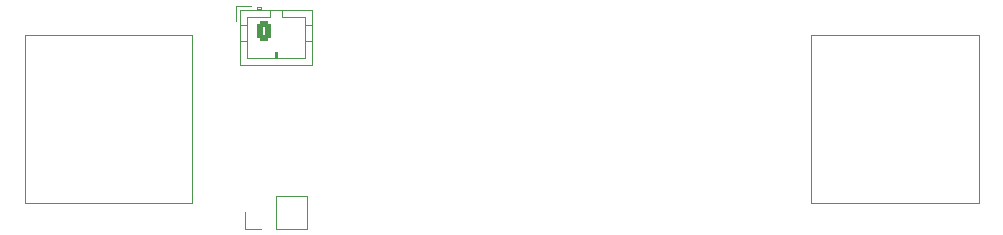
<source format=gto>
%TF.GenerationSoftware,KiCad,Pcbnew,9.0.3*%
%TF.CreationDate,2025-07-18T01:49:26-04:00*%
%TF.ProjectId,board,626f6172-642e-46b6-9963-61645f706362,rev?*%
%TF.SameCoordinates,Original*%
%TF.FileFunction,Legend,Top*%
%TF.FilePolarity,Positive*%
%FSLAX46Y46*%
G04 Gerber Fmt 4.6, Leading zero omitted, Abs format (unit mm)*
G04 Created by KiCad (PCBNEW 9.0.3) date 2025-07-18 01:49:26*
%MOMM*%
%LPD*%
G01*
G04 APERTURE LIST*
G04 Aperture macros list*
%AMRoundRect*
0 Rectangle with rounded corners*
0 $1 Rounding radius*
0 $2 $3 $4 $5 $6 $7 $8 $9 X,Y pos of 4 corners*
0 Add a 4 corners polygon primitive as box body*
4,1,4,$2,$3,$4,$5,$6,$7,$8,$9,$2,$3,0*
0 Add four circle primitives for the rounded corners*
1,1,$1+$1,$2,$3*
1,1,$1+$1,$4,$5*
1,1,$1+$1,$6,$7*
1,1,$1+$1,$8,$9*
0 Add four rect primitives between the rounded corners*
20,1,$1+$1,$2,$3,$4,$5,0*
20,1,$1+$1,$4,$5,$6,$7,0*
20,1,$1+$1,$6,$7,$8,$9,0*
20,1,$1+$1,$8,$9,$2,$3,0*%
G04 Aperture macros list end*
%ADD10C,0.120000*%
%ADD11RoundRect,0.250000X-0.350000X-0.625000X0.350000X-0.625000X0.350000X0.625000X-0.350000X0.625000X0*%
%ADD12O,1.200000X1.750000*%
%ADD13R,1.700000X1.700000*%
%ADD14C,1.700000*%
%ADD15C,1.750000*%
%ADD16C,4.000000*%
%ADD17C,3.600000*%
%ADD18C,0.900000*%
%ADD19O,1.204000X2.004000*%
%ADD20O,1.204000X2.204000*%
G04 APERTURE END LIST*
D10*
%TO.C,J2*%
X40540001Y-20140000D02*
X40540001Y-21390000D01*
X40840001Y-20440000D02*
X40840001Y-25160000D01*
X40840001Y-21750001D02*
X41450001Y-21750000D01*
X40840001Y-23049999D02*
X41450001Y-23050000D01*
X40840001Y-25160000D02*
X46960001Y-25160000D01*
X41450001Y-21050000D02*
X41450001Y-24550000D01*
X41450001Y-24550000D02*
X46350001Y-24550000D01*
X41790001Y-20140000D02*
X40540001Y-20140000D01*
X42300001Y-20239999D02*
X42300001Y-20440000D01*
X42600001Y-20239999D02*
X42300001Y-20239999D01*
X42600001Y-20340000D02*
X42300001Y-20340000D01*
X42600001Y-20440000D02*
X42600001Y-20239999D01*
X43400001Y-20440000D02*
X43400001Y-21049999D01*
X43400001Y-21049999D02*
X41450001Y-21050000D01*
X43800001Y-24050000D02*
X44000001Y-24050000D01*
X43800002Y-24550000D02*
X43800001Y-24050000D01*
X43900001Y-24550000D02*
X43900001Y-24050000D01*
X44000001Y-24050000D02*
X44000001Y-24550000D01*
X44400001Y-21050000D02*
X44400001Y-20440000D01*
X46350001Y-21049999D02*
X44400001Y-21050000D01*
X46350001Y-24550000D02*
X46350001Y-21049999D01*
X46960001Y-20440000D02*
X40840001Y-20440000D01*
X46960001Y-21750000D02*
X46350001Y-21750000D01*
X46960001Y-23050000D02*
X46350001Y-23050000D01*
X46960001Y-25160000D02*
X46960001Y-20440000D01*
%TO.C,J4*%
X41245000Y-38980000D02*
X41245001Y-37600000D01*
X42625000Y-38979999D02*
X41245000Y-38980000D01*
X43895000Y-36220000D02*
X46545000Y-36220000D01*
X43895000Y-38980000D02*
X43895000Y-36220000D01*
X43895000Y-38980000D02*
X46545000Y-38980000D01*
X46545000Y-38980000D02*
X46545000Y-36220000D01*
%TO.C,SW1*%
X22600000Y-22600000D02*
X22600000Y-36800000D01*
X22600000Y-36800000D02*
X36800000Y-36800000D01*
X36800000Y-22600000D02*
X22600000Y-22600000D01*
X36800000Y-36800000D02*
X36800000Y-22600000D01*
%TO.C,SW2*%
X89200000Y-22600000D02*
X89200000Y-36800000D01*
X89200000Y-36800000D02*
X103400000Y-36800000D01*
X103400000Y-22600000D02*
X89200000Y-22600000D01*
X103400000Y-36800000D02*
X103400000Y-22600000D01*
%TD*%
%LPC*%
D11*
%TO.C,J2*%
X42900001Y-22250000D03*
D12*
X44900002Y-22250000D03*
%TD*%
D13*
%TO.C,J4*%
X42625000Y-37600000D03*
D14*
X45165000Y-37600000D03*
%TD*%
D15*
%TO.C,SW1*%
X24620001Y-29700000D03*
D16*
X29700000Y-29700000D03*
D15*
X34779999Y-29700000D03*
D17*
X25890000Y-27160000D03*
X32240000Y-24620000D03*
%TD*%
D15*
%TO.C,SW2*%
X91220001Y-29700000D03*
D16*
X96300000Y-29700000D03*
D15*
X101379999Y-29700000D03*
D17*
X92490000Y-27160000D03*
X98840000Y-24620000D03*
%TD*%
D18*
%TO.C,SW3*%
X75475000Y-20650000D03*
X77425000Y-20650000D03*
%TD*%
D19*
%TO.C,J1*%
X57050000Y-25300000D03*
X68950000Y-25300000D03*
D20*
X57050000Y-21800000D03*
X68950000Y-21800000D03*
%TD*%
%LPD*%
M02*

</source>
